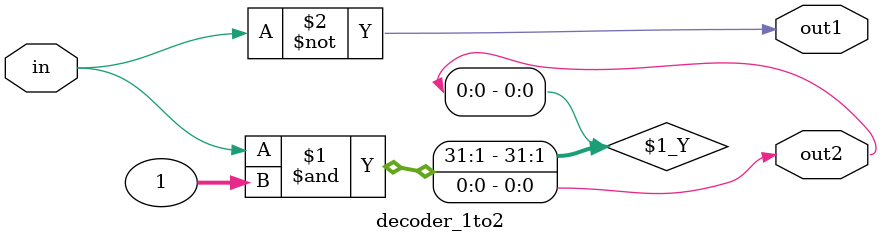
<source format=v>


module decoder_1to2(
    input in,
    output out1,
    output out2
    );
    not (out1, in);
    and (out2, in, 1);
    
endmodule

</source>
